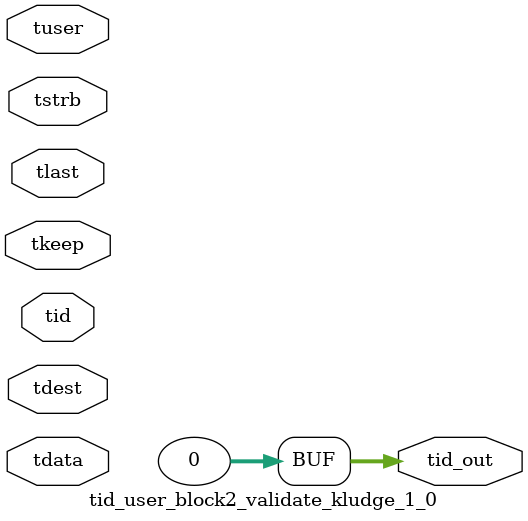
<source format=v>


`timescale 1ps/1ps

module tid_user_block2_validate_kludge_1_0 #
(
parameter C_S_AXIS_TID_WIDTH   = 1,
parameter C_S_AXIS_TUSER_WIDTH = 0,
parameter C_S_AXIS_TDATA_WIDTH = 0,
parameter C_S_AXIS_TDEST_WIDTH = 0,
parameter C_M_AXIS_TID_WIDTH   = 32
)
(
input  [(C_S_AXIS_TID_WIDTH   == 0 ? 1 : C_S_AXIS_TID_WIDTH)-1:0       ] tid,
input  [(C_S_AXIS_TDATA_WIDTH == 0 ? 1 : C_S_AXIS_TDATA_WIDTH)-1:0     ] tdata,
input  [(C_S_AXIS_TUSER_WIDTH == 0 ? 1 : C_S_AXIS_TUSER_WIDTH)-1:0     ] tuser,
input  [(C_S_AXIS_TDEST_WIDTH == 0 ? 1 : C_S_AXIS_TDEST_WIDTH)-1:0     ] tdest,
input  [(C_S_AXIS_TDATA_WIDTH/8)-1:0 ] tkeep,
input  [(C_S_AXIS_TDATA_WIDTH/8)-1:0 ] tstrb,
input                                                                    tlast,
output [(C_M_AXIS_TID_WIDTH   == 0 ? 1 : C_M_AXIS_TID_WIDTH)-1:0       ] tid_out
);

assign tid_out = {1'b0};

endmodule


</source>
